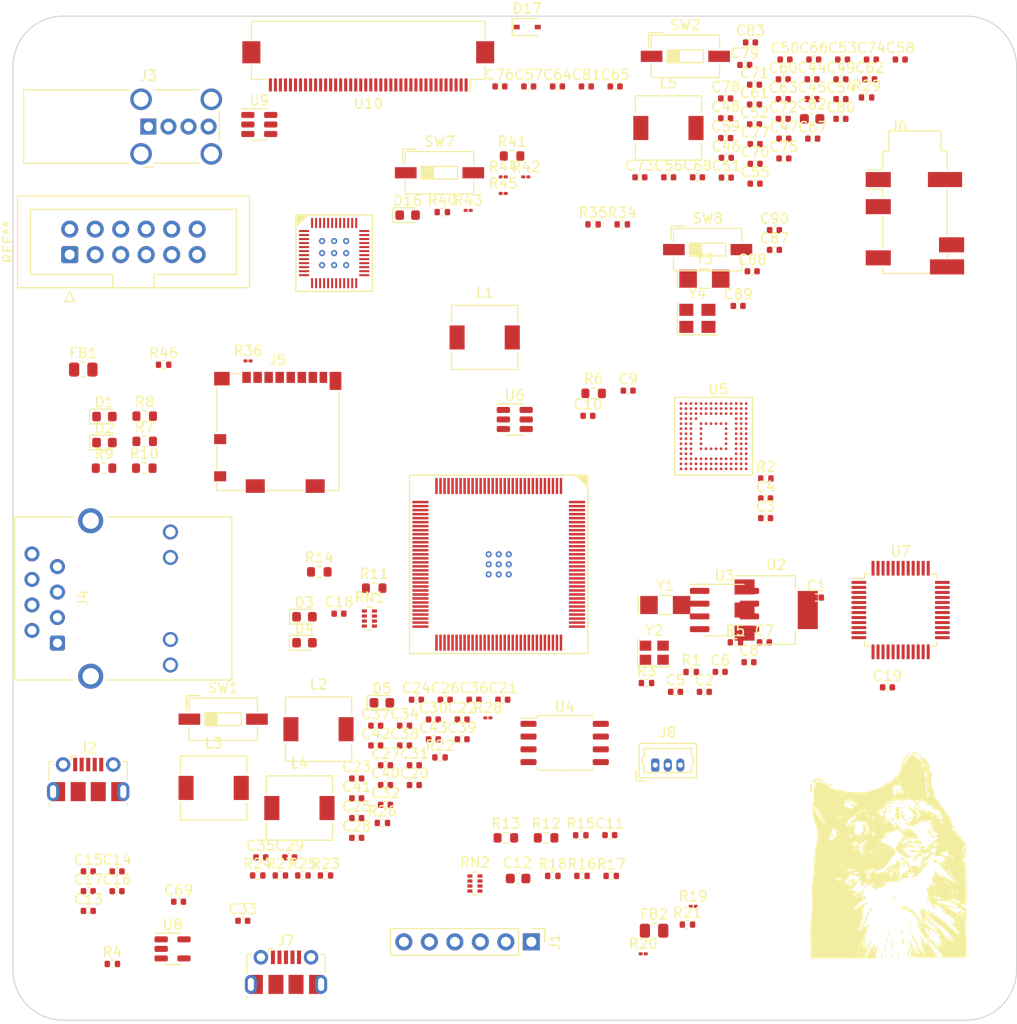
<source format=kicad_pcb>
(kicad_pcb (version 20211014) (generator pcbnew)
  (layers (0 "F.Cu" signal) (31 "B.Cu" signal) (34 "B.Paste" user) (35 "F.Paste" user) (36 "B.SilkS" user "B.Silkscreen") (37 "F.SilkS" user "F.Silkscreen") (38 "B.Mask" user) (39 "F.Mask" user) (44 "Edge.Cuts" user))
  (net 0 "")
  (net 1 "Net-(C1-Pad1)")
  (net 2 "Net-(C1-Pad2)")
  (net 3 "VBUS")
  (net 4 "GND")
  (net 5 "Net-(C3-Pad1)")
  (net 6 "+1V8")
  (net 7 "Net-(C2-Pad1)")
  (net 9 "Net-(C69-Pad2)")
  (net 10 "N_Oe")
  (net 11 "+VDC")
  (net 12 "Pwron")
  (net 13 "Net-(C86-Pad1)")
  (net 14 "Net-(D17-Pad2)")
  (net 15 "Net-(L5-Pad1)")
  (net 16 "reset")
  (net 17 "Net-(D8-Pad1)")
  (net 18 "Net-(D7-Pad1)")
  (net 19 "Net-(D11-Pad1)")
  (net 21 "Net-(U1-Pad6)")
  (net 22 "Net-(U1-Pad7)")
  (net 23 "Net-(U1-Pad11)")
  (net 24 "Net-(U1-Pad13)")
  (net 25 "Net-(U1-Pad14)")
  (net 26 "Net-(U1-Pad15)")
  (net 27 "Net-(U1-Pad16)")
  (net 28 "Net-(U1-Pad17)")
  (net 29 "Net-(U1-Pad18)")
  (net 30 "Net-(U1-Pad22)")
  (net 31 "Net-(U1-Pad23)")
  (net 32 "Net-(U1-Pad24)")
  (net 33 "Net-(U1-Pad27)")
  (net 37 "Net-(U1-Pad28)")
  (net 39 "Net-(U1-Pad30)")
  (net 40 "Net-(C4-Pad1)")
  (net 41 "Net-(U1-Pad31)")
  (net 42 "Net-(U1-Pad32)")
  (net 43 "Net-(C7-Pad1)")
  (net 44 "Net-(C8-Pad1)")
  (net 45 "Net-(C9-Pad1)")
  (net 46 "Net-(C10-Pad1)")
  (net 47 "Net-(U1-Pad33)")
  (net 48 "Net-(U1-Pad34)")
  (net 49 "Net-(U1-Pad35)")
  (net 50 "Net-(U1-Pad36)")
  (net 51 "Net-(U1-Pad37)")
  (net 52 "PWM0")
  (net 53 "Net-(C6-Pad1)")
  (net 54 "LADC")
  (net 55 "Net-(R38-Pad1)")
  (net 56 "Net-(R39-Pad2)")
  (net 62 "+3.3V")
  (net 71 "Net-(FB2-Pad1)")
  (net 72 "Net-(J1-Pad1)")
  (net 73 "Net-(J1-Pad4)")
  (net 74 "Net-(J2-Pad2)")
  (net 75 "Net-(J2-Pad3)")
  (net 76 "Net-(J4-Pad1)")
  (net 78 "Net-(J4-Pad2)")
  (net 79 "Net-(J4-Pad3)")
  (net 80 "Net-(J4-Pad6)")
  (net 82 "Net-(J4-Pad10)")
  (net 83 "Net-(J4-Pad12)")
  (net 84 "Net-(D13-Pad1)")
  (net 85 "Net-(D10-Pad1)")
  (net 86 "Net-(D14-Pad1)")
  (net 92 "Net-(C6-Pad2)")
  (net 93 "Net-(R34-Pad2)")
  (net 96 "Net-(R35-Pad2)")
  (net 101 "Net-(J7-Pad4)")
  (net 102 "Net-(D4-Pad1)")
  (net 103 "Net-(D3-Pad1)")
  (net 104 "Net-(R1-Pad2)")
  (net 105 "Net-(R6-Pad1)")
  (net 106 "SPD__LED")
  (net 107 "LNK_LED")
  (net 108 "Net-(D1-Pad2)")
  (net 109 "Net-(D2-Pad2)")
  (net 110 "Net-(R16-Pad2)")
  (net 111 "Net-(R17-Pad2)")
  (net 112 "Net-(R18-Pad2)")
  (net 113 "Net-(D3-Pad2)")
  (net 114 "Net-(D4-Pad2)")
  (net 115 "Net-(RN2-Pad2)")
  (net 116 "Net-(RN2-Pad3)")
  (net 117 "Net-(RN2-Pad4)")
  (net 118 "Net-(RN2-Pad5)")
  (net 119 "Net-(U1-Pad5)")
  (net 120 "Net-(U1-Pad52)")
  (net 121 "Net-(U1-Pad53)")
  (net 122 "Net-(U1-Pad55)")
  (net 123 "Net-(R22-Pad2)")
  (net 129 "Net-(C13-Pad1)")
  (net 142 "USART1_TX")
  (net 143 "USART1_RX")
  (net 144 "NMI")
  (net 145 "+BATT")
  (net 146 "+1V2")
  (net 147 "VDD")
  (net 148 "+3V0")
  (net 149 "VCC")
  (net 150 "Net-(D5-Pad1)")
  (net 151 "Net-(D5-Pad2)")
  (net 152 "Net-(L3-Pad2)")
  (net 153 "Net-(R26-Pad2)")
  (net 155 "scl")
  (net 156 "sda")
  (net 157 "Net-(C50-Pad2)")
  (net 158 "Net-(C53-Pad2)")
  (net 159 "Net-(C54-Pad2)")
  (net 160 "Net-(C59-Pad2)")
  (net 161 "Net-(C60-Pad1)")
  (net 162 "Net-(C68-Pad2)")
  (net 163 "Net-(C70-Pad2)")
  (net 164 "Net-(C72-Pad1)")
  (net 165 "Net-(C78-Pad2)")
  (net 166 "Net-(C80-Pad1)")
  (net 167 "OSC_IN")
  (net 168 "Net-(C88-Pad1)")
  (net 169 "OSC32_IN")
  (net 170 "OSC32_OUT")
  (net 171 "Net-(D16-Pad1)")
  (net 172 "Net-(D16-Pad2)")
  (net 173 "Net-(FB1-Pad1)")
  (net 175 "Net-(J2-Pad4)")
  (net 176 "Net-(J3-Pad2)")
  (net 177 "Net-(J3-Pad3)")
  (net 178 "Net-(D9-Pad1)")
  (net 179 "Net-(D6-Pad1)")
  (net 185 "Net-(L2-Pad1)")
  (net 186 "Net-(L4-Pad2)")
  (net 187 "Net-(R24-Pad2)")
  (net 188 "Net-(R25-Pad2)")
  (net 189 "Net-(R42-Pad1)")
  (net 190 "Net-(R43-Pad2)")
  (net 191 "Net-(U4-Pad3)")
  (net 193 "Net-(R48-Pad2)")
  (net 198 "OSC_OUT")
  (net 199 "Net-(R28-Pad1)")
  (net 220 "SWDIO")
  (net 223 "SWCLK")
  (net 230 "Net-(U7-Pad44)")
  (net 233 "Net-(R32-Pad2)")
  (footprint "Resistor_SMD:R_0402_1005Metric" (layer "F.Cu") (at 153.13 96.42)
    (fp_text reference "R3")
    (fp_text value "47k")
  )
  (footprint "Package_SO:SOIC-8_3.9x4.9mm_P1.27mm" (layer "F.Cu") (at 160.9 89.15)
    (fp_text reference "U3")
    (fp_text value "CH340N")
  )
  (footprint "Resistor_SMD:R_0402_1005Metric" (layer "F.Cu") (at 116.64 115.59)
    (fp_text reference "R27")
    (fp_text value "22R")
  )
  (footprint "Connector_Molex:Molex_PicoBlade_53047-0310_1x03_P1.25mm_Vertical" (layer "F.Cu") (at 154 104.59)
    (fp_text reference "J8")
    (fp_text value "Bat")
  )
  (footprint "Resistor_SMD:R_0402_1005Metric" (layer "F.Cu") (at 175.06 38.1)
    (fp_text reference "R29")
    (fp_text value "47k")
  )
  (footprint "Resistor_SMD:R_01005_0402Metric" (layer "F.Cu") (at 152.8 123.39)
    (fp_text reference "R20")
    (fp_text value "470")
  )
  (footprint "Capacitor_SMD:C_0402_1005Metric" (layer "F.Cu") (at 144.26 37)
    (fp_text reference "C64")
    (fp_text value "1nF")
  )
  (footprint "Button_Switch_SMD:SW_DIP_SPSTx01_Slide_6.7x4.1mm_W6.73mm_P2.54mm_LowProfile_JPin" (layer "F.Cu") (at 159.22 53.25)
    (fp_text reference "SW8")
    (fp_text value "SW_SPDT")
  )
  (footprint "Capacitor_SMD:C_0402_1005Metric" (layer "F.Cu") (at 126.15 102.64)
    (fp_text reference "C42")
    (fp_text value "100n")
  )
  (footprint "Resistor_SMD:R_0402_1005Metric" (layer "F.Cu") (at 126.81 110.36)
    (fp_text reference "R26")
    (fp_text value "0R")
  )
  (footprint "Capacitor_SMD:C_0402_1005Metric" (layer "F.Cu") (at 161.02 40.17)
    (fp_text reference "C48")
    (fp_text value "100n")
  )
  (footprint "Capacitor_SMD:C_0402_1005Metric" (layer "F.Cu") (at 158.21 46.05)
    (fp_text reference "C68")
    (fp_text value "1uF")
  )
  (footprint "EMMC:EMMC_JLCP" (layer "F.Cu") (at 159.56 71.5875)
    (fp_text reference "U5")
    (fp_text value "FEMDRM008G-58A39_NO_NC")
  )
  (footprint "Capacitor_SMD:C_0402_1005Metric" (layer "F.Cu") (at 133.07 98.08)
    (fp_text reference "C26")
    (fp_text value "1u")
  )
  (footprint "Resistor_SMD:R_0402_1005Metric" (layer "F.Cu") (at 114.39 115.59)
    (fp_text reference "R24")
    (fp_text value "33R")
  )
  (footprint "Resistor_SMD:R_0402_1005Metric" (layer "F.Cu") (at 150.71 50.74)
    (fp_text reference "R34")
    (fp_text value "33R")
  )
  (footprint "Connector_Audio:Jack_3.5mm_PJ31060-I_Horizontal" (layer "F.Cu") (at 179.875 50.625)
    (fp_text reference "J6")
    (fp_text value "AudioJack4_SwitchTR1")
  )
  (footprint "LED_SMD:LED_0603_1608Metric" (layer "F.Cu") (at 129.32 49.82)
    (fp_text reference "D16")
    (fp_text value "LED")
  )
  (footprint "Capacitor_SMD:C_0402_1005Metric" (layer "F.Cu") (at 166.76 38.26)
    (fp_text reference "C63")
    (fp_text value "10uF")
  )
  (footprint "Connector_USB:USB_A_Wuerth_614004134726_Horizontal" (layer "F.Cu") (at 103.49 41)
    (fp_text reference "J3")
    (fp_text value "USB_HOST")
  )
  (footprint "Resistor_SMD:R_0402_1005Metric" (layer "F.Cu") (at 132.78 49.52)
    (fp_text reference "R40")
    (fp_text value "0R")
  )
  (footprint "Capacitor_SMD:C_0402_1005Metric" (layer "F.Cu") (at 169.63 36.29)
    (fp_text reference "C44")
    (fp_text value "100n")
  )
  (footprint "Resistor_SMD:R_0603_1608Metric" (layer "F.Cu") (at 120.5225 85.35)
    (fp_text reference "R14")
    (fp_text value "1k")
  )
  (footprint "Capacitor_SMD:C_0402_1005Metric" (layer "F.Cu") (at 163.89 40.77)
    (fp_text reference "C52")
    (fp_text value "10uF")
  )
  (footprint "Capacitor_SMD:C_0402_1005Metric" (layer "F.Cu") (at 106.5 118.2)
    (fp_text reference "C69")
    (fp_text value "100uF")
  )
  (footprint "Resistor_SMD:R_01005_0402Metric" (layer "F.Cu") (at 137.32 99.89)
    (fp_text reference "R28")
    (fp_text value "10k")
  )
  (footprint "Resistor_SMD:R_0603_1608Metric" (layer "F.Cu") (at 99.07 75.02)
    (fp_text reference "R9")
    (fp_text value "49.9")
  )
  (footprint "Resistor_SMD:R_0402_1005Metric" (layer "F.Cu") (at 132.55 103.83)
    (fp_text reference "R22")
    (fp_text value "33R")
  )
  (footprint "Resistor_SMD:R_0603_1608Metric" (layer "F.Cu") (at 139.11 111.84)
    (fp_text reference "R13")
    (fp_text value "1k")
  )
  (footprint "Capacitor_SMD:C_0402_1005Metric" (layer "F.Cu") (at 155.34 46.05)
    (fp_text reference "C56")
    (fp_text value "10uF")
  )
  (footprint "Capacitor_SMD:C_0402_1005Metric" (layer "F.Cu") (at 129.02 100.67)
    (fp_text reference "C34")
    (fp_text value "100n")
  )
  (footprint "Capacitor_SMD:C_0402_1005Metric" (layer "F.Cu") (at 129.02 102.64)
    (fp_text reference "C38")
    (fp_text value "100n")
  )
  (footprint "Capacitor_SMD:C_0402_1005Metric" (layer "F.Cu") (at 129.99 104.61)
    (fp_text reference "C31")
    (fp_text value "100n")
  )
  (footprint "Capacitor_SMD:C_0402_1005Metric" (layer "F.Cu") (at 147.13 37)
    (fp_text reference "C81")
    (fp_text value "10uF")
  )
  (footprint "Capacitor_SMD:C_0402_1005Metric" (layer "F.Cu") (at 163.89 36.83)
    (fp_text reference "C71")
    (fp_text value "100pF")
  )
  (footprint "Capacitor_SMD:C_0402_1005Metric" (layer "F.Cu") (at 127.12 108.55)
    (fp_text reference "C32")
    (fp_text value "100n")
  )
  (footprint "Connector_FFC-FPC:Hirose_FH12-40S-0.5SH_1x40-1MP_P0.50mm_Horizontal" (layer "F.Cu") (at 125.4 35 180)
    (fp_text reference "U10")
    (fp_text value "FPC_40")
  )
  (footprint "Resistor_SMD:R_01005_0402Metric" (layer "F.Cu") (at 113.42 64.34)
    (fp_text reference "R36")
    (fp_text value "1k")
  )
  (footprint "Capacitor_SMD:C_0402_1005Metric" (layer "F.Cu") (at 163.89 38.8)
    (fp_text reference "C61")
    (fp_text value "10uF")
  )
  (footprint "Button_Switch_SMD:SW_DIP_SPSTx01_Slide_6.7x4.1mm_W6.73mm_P2.54mm_LowProfile_JPin" (layer "F.Cu") (at 110.94 100.02)
    (fp_text reference "SW1")
    (fp_text value "SW_SPDT")
  )
  (footprint "Inductor_SMD:L_6.3x6.3_H3" (layer "F.Cu") (at 155.31 41.14)
    (fp_text reference "L5")
    (fp_text value "4.7uH 1.1A 0.1R")
  )
  (footprint "Capacitor_SMD:C_0402_1005Metric" (layer "F.Cu") (at 135.94 98.08)
    (fp_text reference "C36")
    (fp_text value "100n")
  )
  (footprint "Capacitor_SMD:C_0402_1005Metric" (layer "F.Cu") (at 152.47 46.05)
    (fp_text reference "C73")
    (fp_text value "0.22uF")
  )
  (footprint "Connector_PinHeader_2.54mm:PinHeader_1x06_P2.54mm_Vertical" (layer "F.Cu") (at 141.65 122.2 -90)
    (fp_text reference "J1")
    (fp_text value "UART_Header")
  )
  (footprint "Connector_USB:USB_Micro-B_Molex-105017-0001" (layer "F.Cu") (at 117.2 125.2)
    (fp_text reference "J7")
    (fp_text value "USB_POWER")
  )
  (footprint "Crystal:Crystal_SMD_MicroCrystal_CC7V-T1A-2Pin_3.2x1.5mm_HandSoldering" (layer "F.Cu") (at 158.9 56.15)
    (fp_text reference "Y3")
    (fp_text value "32.768khz")
  )
  (footprint "Capacitor_SMD:C_0402_1005Metric" (layer "F.Cu") (at 169.63 38.26)
    (fp_text reference "C45")
    (fp_text value "10u")
  )
  (footprint "Inductor_SMD:L_6.3x6.3_H3" (layer "F.Cu") (at 109.99 106.87)
    (fp_text reference "L3")
    (fp_text value "4.7uH 1.1A 0.1R")
  )
  (footprint "Connector_RJ:RJ45_Hanrun_HR911105A" (layer "F.Cu") (at 94.4275 92.44 90)
    (fp_text reference "J4")
    (fp_text value "RJ45_LED_Shielded")
  )
  (footprint "Capacitor_SMD:C_0402_1005Metric" (layer "F.Cu") (at 178.41 34.32)
    (fp_text reference "C58")
    (fp_text value "4.7uF")
  )
  (footprint "LED_SMD:LED_0603_1608Metric" (layer "F.Cu") (at 119.0425 92.41)
    (fp_text reference "D4")
    (fp_text value "LED")
  )
  (footprint "Capacitor_SMD:C_0402_1005Metric" (layer "F.Cu") (at 163.95 46.68)
    (fp_text reference "C55")
    (fp_text value "100n")
  )
  (footprint "Connector_USB:USB_Micro-B_Molex-105017-0001" (layer "F.Cu") (at 97.49 106)
    (fp_text reference "J2")
    (fp_text value "SERIAL")
  )
  (footprint "Capacitor_SMD:C_0402_1005Metric" (layer "F.Cu") (at 172.5 38.26)
    (fp_text reference "C54")
    (fp_text value "4.7uF")
  )
  (footprint "Capacitor_SMD:C_0402_1005Metric" (layer "F.Cu") (at 124.25 111.84)
    (fp_text reference "C28")
    (fp_text value "1u")
  )
  (footprint "Capacitor_SMD:C_0402_1005Metric" (layer "F.Cu") (at 162.92 34.86)
    (fp_text reference "C79")
    (fp_text value "10uF")
  )
  (footprint "Package_TO_SOT_SMD:SOT-223-3_TabPin2" (layer "F.Cu") (at 166.05 89.15)
    (fp_text reference "U2")
    (fp_text value "AMS1117-3.3")
  )
  (footprint "Allwinner:AXP209-QFN48" (layer "F.Cu") (at 122 53.6)
    (fp_text reference "U11" hide)
    (fp_text value "AXP209" hide)
  )
  (footprint "Capacitor_SMD:C_0402_1005Metric" (layer "F.Cu") (at 127.12 106.58)
    (fp_text reference "C40")
    (fp_text value "10u")
  )
  (footprint "Capacitor_SMD:C_0402_1005Metric" (layer "F.Cu") (at 163.34 94.35)
    (fp_text reference "C8")
    (fp_text value "18pf")
  )
  (footprint "Capacitor_SMD:C_0402_1005Metric" (layer "F.Cu") (at 165.88 53.28)
    (fp_text reference "C87")
    (fp_text value "12pf")
  )
  (footprint "Capacitor_SMD:C_0402_1005Metric" (layer "F.Cu") (at 134.76 102.02)
    (fp_text reference "C39")
    (fp_text value "1u")
  )
  (footprint "Resistor_SMD:R_0603_1608Metric" (layer "F.Cu") (at 139.73 43.93)
    (fp_text reference "R41")
    (fp_text value "0.03R")
  )
  (footprint "Capacitor_SMD:C_0402_1005Metric" (layer "F.Cu") (at 163.95 42.74)
    (fp_text reference "C77")
    (fp_text value "100pF")
  )
  (footprint "Resistor_SMD:R_0402_1005Metric" (layer "F.Cu") (at 165.02 76.05)
    (fp_text reference "R2")
    (fp_text value "22R")
  )
  (footprint "Resistor_SMD:R_01005_0402Metric" (layer "F.Cu") (at 141.1 46.01)
    (fp_text reference "R42")
    (fp_text value "1k")
  )
  (footprint "Inductor_SMD:L_6.3x6.3_H3" (layer "F.Cu") (at 120.44 101.02)
    (fp_text reference "L2")
    (fp_text value "4.7uH 1.1A 0.1R")
  )
  (footprint "Capacitor_SMD:C_0402_1005Metric" (layer "F.Cu") (at 124.25 107.9)
    (fp_text reference "C41")
    (fp_text value "100n")
  )
  (footprint "Capacitor_SMD:C_0402_1005Metric" (layer "F.Cu") (at 124.25 105.93)
    (fp_text reference "C23")
    (fp_text value "1u")
  )
  (footprint "Resistor_SMD:R_0402_1005Metric" (layer "F.Cu") (at 149.61 115.63)
    (fp_text reference "R17")
    (fp_text value "10k")
  )
  (footprint "Capacitor_SMD:C_0402_1005Metric" (layer "F.Cu") (at 166.76 36.29)
    (fp_text reference "C60")
    (fp_text value "4.7uF")
  )
  (footprint "Resistor_SMD:R_0402_1005Metric" (layer "F.Cu") (at 157.21 120.48)
    (fp_text reference "R21")
    (fp_text value "47k")
  )
  (footprint "Capacitor_SMD:C_0402_1005Metric" (layer "F.Cu") (at 166.82 42.2)
    (fp_text reference "C47")
    (fp_text value "100n")
  )
  (footprint "Capacitor_SMD:C_0402_1005Metric" (layer "F.Cu") (at 131.89 100.05)
    (fp_text reference "C30")
    (fp_text value "1u")
  )
  (footprint "Capacitor_SMD:C_0402_1005Metric" (layer "F.Cu") (at 169.69 42.2)
    (fp_text reference "C67")
    (fp_text value "10u")
  )
  (footprint "Capacitor_SMD:C_0402_1005Metric" (layer "F.Cu") (at 166.93 34.32)
    (fp_text reference "C50")
    (fp_text value "100n")
  )
  (footprint "Package_TO_SOT_SMD:SOT-23-6" (layer "F.Cu") (at 140 70.17)
    (fp_text reference "U6")
    (fp_text value "SRV05-4")
  )
  (footprint "Resistor_SMD:R_0402_1005Metric" (layer "F.Cu") (at 121.14 115.59)
    (fp_text reference "R23")
    (fp_text value "10k")
  )
  (footprint "Package_SO:SOIC-8_5.23x5.23mm_P1.27mm" (layer "F.Cu") (at 144.97 102.39)
    (fp_text reference "U4")
    (fp_text value "W25Q128JVS")
  )
  (footprint "Crystal:Crystal_SMD_3225-4Pin_3.2x2.5mm" (layer "F.Cu") (at 158.2 60.1)
    (fp_text reference "Y4")
    (fp_text value "16MHz")
  )
  (footprint "Resistor_SMD:R_0603_1608Metric" (layer "F.Cu") (at 125.9925 86.97)
    (fp_text reference "R11")
    (fp_text value "1K")
  )
  (footprint "Capacitor_SMD:C_0402_1005Metric" (layer "F.Cu") (at 127.12 104.61)
    (fp_text reference "C27")
    (fp_text value "100n")
  )
  (footprint "Resistor_SMD:R_0402_1005Metric" (layer "F.Cu") (at 146.7 115.63)
    (fp_text reference "R16")
    (fp_text value "10k")
  )
  (footprint "Resistor_SMD:R_0402_1005Metric" (layer "F.Cu") (at 157.58 95.32)
    (fp_text reference "R1")
    (fp_text value "0R")
  )
  (footprint "Button_Switch_SMD:SW_DIP_SPSTx01_Slide_6.7x4.1mm_W6.73mm_P2.54mm_LowProfile_JPin" (layer "F.Cu") (at 157 34)
    (fp_text reference "SW2")
    (fp_text value "SW_SPDT")
  )
  (footprint "Resistor_SMD:R_0603_1608Metric" (layer "F.Cu") (at 103.12 69.84)
    (fp_text reference "R8")
    (fp_text value "49.9")
  )
  (footprint "Capacitor_SMD:C_0402_1005Metric" (layer "F.Cu") (at 162.26 58.86)
    (fp_text reference "C89")
    (fp_text value "18pf")
  )
  (footprint "Capacitor_SMD:C_0402_1005Metric" (layer "F.Cu") (at 165.88 51.31)
    (fp_text reference "C90")
    (fp_text value "18pf")
  )
  (footprint "Capacitor_SMD:C_0402_1005Metric" (layer "F.Cu") (at 149.47 111.57)
    (fp_text reference "C11")
    (fp_text value "10u")
  )
  (footprint "Capacitor_SMD:C_0402_1005Metric" (layer "F.Cu") (at 124.25 109.87)
    (fp_text reference "C25")
    (fp_text value "1u")
  )
  (footprint "Package_QFP:LQFP-48_7x7mm_P0.5mm" (layer "F.Cu") (at 178.45 89.15)
    (fp_text reference "U7")
    (fp_text value "STM32F030C8Tx")
  )
  (footprint "Resistor_SMD:R_01005_0402Metric" (layer "F.Cu") (at 157.78 118.66)
    (fp_text reference "R19")
    (fp_text value "470")
  )
  (footprint "Capacitor_SMD:C_0402_1005Metric" (layer "F.Cu") (at 114.7 113.78)
    (fp_text reference "C35")
    (fp_text value "100n")
  )
  (footprint "LED_SMD:LED_0603_1608Metric" (layer "F.Cu") (at 99.11 69.88)
    (fp_text reference "D1")
    (fp_text value "LED")
  )
  (footprint "Resistor_SMD:R_0402_1005Metric" (layer "F.Cu") (at 99.9 124.4)
    (fp_text reference "R4")
    (fp_text value "0.5")
  )
  (footprint "Capacitor_SMD:C_0402_1005Metric" (layer "F.Cu") (at 151.3 67.3)
    (fp_text reference "C9")
    (fp_text value "100n")
  )
  (footprint "Connector_Card:microSD_HC_Molex_104031-0811" (layer "F.Cu") (at 116.38 71.43)
    (fp_text reference "J5")
    (fp_text value "Micro_SD_Card")
  )
  (footprint "Inductor_SMD:L_6.3x6.3_H3" (layer "F.Cu") (at 137 62)
    (fp_text reference "L1")
    (fp_text value "10uH")
  )
  (footprint "Capacitor_SMD:C_0402_1005Metric" (layer "F.Cu") (at 163.95 44.71)
    (fp_text reference "C70")
    (fp_text value "4.7u")
  )
  (footprint "Capacitor_SMD:C_0402_1005Metric" (layer "F.Cu") (at 166.76 40.23)
    (fp_text reference "C72")
    (fp_text value "1uF")
  )
  (footprint "Capacitor_SMD:C_0402_1005Metric" (layer "F.Cu") (at 141.39 37)
    (fp_text reference "C57")
    (fp_text value "1uF")
  )
  (footprint "Capacitor_SMD:C_0402_1005Metric" (layer "F.Cu") (at 97.5 117.15)
    (fp_text reference "C17")
    (fp_text value "3.3uF")
  )
  (footprint "Capacitor_SMD:C_0402_1005Metric" (layer "F.Cu") (at 172.5 40.23)
    (fp_text reference "C80")
    (fp_text value "4.7uF")
  )
  (footprint "Capacitor_SMD:C_0402_1005Metric" (layer "F.Cu") (at 172.5 36.29)
    (fp_text reference "C49")
    (fp_text value "100n")
  )
  (footprint "Resistor_SMD:R_0805_2012Metric" (layer "F.Cu") (at 153.88 121.09)
    (fp_text reference "FB2")
    (fp_text value "FerriteBead")
  )
  (footprint "Resistor_SMD:R_0402_1005Metric" (layer "F.Cu") (at 143.79 115.63)
    (fp_text reference "R18")
    (fp_text value "10k")
  )
  (footprint "Resistor_SMD:R_0805_2012Metric" (layer "F.Cu") (at 97 65.2)
    (fp_text reference "FB1")
    (fp_text value "FerriteBead")
  )
  (footprint "Capacitor_SMD:C_0402_1005Metric" (layer "F.Cu") (at 163.49 32.62)
    (fp_text reference "C83")
    (fp_text value "0.22uF")
  )
  (footprint "Capacitor_SMD:C_0402_1005Metric" (layer "F.Cu") (at 172.67 34.32)
    (fp_text reference "C53")
    (fp_text value "100n")
  )
  (footprint "Package_TO_SOT_SMD:SOT-23-6" (layer "F.Cu") (at 114.54 40.79)
    (fp_text reference "U9")
    (fp_text value "SY7200AABC")
  )
  (footprint "Resistor_SMD:R_Array_Concave_4x0402" (layer "F.Cu") (at 136.03 116.39)
    (fp_text reference "RN2")
    (fp_text value "10k")
  )
  (footprint "Capacitor_SMD:C_0402_1005Metric" (layer "F.Cu") (at 170.06 87.91)
    (fp_text reference "C1")
    (fp_text value "100n")
  )
  (footprint "LED_SMD:LED_0603_1608Metric" (layer "F.Cu") (at 119.0425 89.82)
    (fp_text reference "D3")
    (fp_text value "LED")
  )
  (footprint "Capacitor_SMD:C_0402_1005Metric" (layer "F.Cu") (at 161.02 38.2)
    (fp_text reference "C78")
    (fp_text value "1uF")
  )
  (footprint "LOGO" (layer "F.Cu") (at 175 116.1)
    (fp_text reference "G***")
    (fp_text value "LOGO" hide)
  )
  (footprint "Resistor_SMD:R_01005_0402Metric" (layer "F.Cu") (at 138.85 46.01)
    (fp_text reference "R44")
    (fp_text value "47k")
  )
  (footprint "Package_TO_SOT_SMD:SOT-23-5" (layer "F.Cu") (at 105.9 122.9)
    (fp_text reference "U8")
    (fp_text value "SY8088AAC")
  )
  (footprint "Capacitor_SMD:C_0402_1005Metric" (layer "F.Cu") (at 158.89 97.3)
    (fp_text reference "C2")
    (fp_text value "0.1uF")
  )
  (footprint "Capacitor_SMD:C_0402_1005Metric" (layer "F.Cu") (at 160.47 95.31)
    (fp_text reference "C6")
    (fp_text value "100n")
  )
  (footprint "Resistor_SMD:R_0402_1005Metric" (layer "F.Cu") (at 161.99 92.37)
    (fp_text reference "R5")
    (fp_text value "10M")
  )
  (footprint "Capacitor_SMD:C_0402_1005Metric" (layer "F.Cu") (at 156.02 97.3)
    (fp_text reference "C5")
    (fp_text value "100n")
  )
  (footprint "Resistor_SMD:R_0402_1005Metric" (layer "F.Cu") (at 146.58 111.58)
    (fp_text reference "R15")
    (fp_text value "10k")
  )
  (footprint "Resistor_SMD:R_01005_0402Metric" (layer "F.Cu") (at 135.36 49.35)
    (fp_text reference "R43")
    (fp_text value "200k 1%")
  )
  (footprint "Capacitor_SMD:C_0402_1005Metric" (layer "F.Cu") (at 129.99 106.58)
    (fp_text reference "C20")
    (fp_text value "1u")
  )
  (footprint "Capacitor_SMD:C_0402_1005Metric" (layer "F.Cu") (at 126.15 100.67)
    (fp_text reference "C37")
    (fp_text value "100n")
  )
  (footprint "Capacitor_SMD:C_0402_1005Metric" (layer "F.Cu") (at 175.37 36.29)
    (fp_text reference "C62")
    (fp_text value "1nF")
  )
  (footprint "Capacitor_SMD:C_0402_1005Metric" (layer "F.Cu") (at 161.08 46.08)
    (fp_text reference "C51")
    (fp_text value "100n")
  )
  (footprint "Crystal:Crystal_SMD_MicroCrystal_CC7V-T1A-2Pin_3.2x1.5mm_HandSoldering" (layer "F.Cu") (at 155 88.65)
    (fp_text reference "Y1")
    (fp_text value "32.768khz")
  )
  (footprint "Capacitor_SMD:C_0402_1005Metric" (layer "F.Cu") (at 134.76 100.05)
    (fp_text reference "C22")
    (fp_text value "100n")
  )
  (footprint "Capacitor_SMD:C_0402_1005Metric" (layer "F.Cu") (at 147.29 69.81)
    (fp_text reference "C10")
    (fp_text value "100n")
  )
  (footprint "Capacitor_SMD:C_0402_1005Metric" (layer "F.Cu") (at 117.57 113.78)
    (fp_text reference "C29")
    (fp_text value "100n")
  )
  (footprint "Capacitor_SMD:C_0402_1005Metric" (layer "F.Cu") (at 97.5 115.18)
    (fp_text reference "C15")
    (fp_text value "0.1uF")
  )
  (footprint "Capacitor_SMD:C_0402_1005Metric" (layer "F.Cu") (at 177.14 96.85)
    (fp_text reference "C19")
    (fp_text value "10u")
  )
  (footprint "Resistor_SMD:R_0603_1608Metric" (layer "F.Cu") (at 103.08 75.02)
    (fp_text reference "R10")
    (fp_text value "49.9")
  )
  (footprint "Capacitor_SMD:C_0402_1005Metric" (layer "F.Cu") (at 165 80)
    (fp_text reference "C3")
    (fp_text value "18pf")
  )
  (footprint "Capacitor_SMD:C_0603_1608Metric" (layer "F.Cu") (at 140.33 115.89)
    (fp_text reference "C12")
    (fp_text value "100n")
  )
  (footprint "Capacitor_SMD:C_0402_1005Metric" (layer "F.Cu") (at 138.52 37)
    (fp_text reference "C76")
    (fp_text value "10uF")
  )
  (footprint "Capacitor_SMD:C_0402_1005Metric" (layer "F.Cu") (at 169.8 34.32)
    (fp_text reference "C66")
    (fp_text value "10uF")
  )
  (footprint "Capacitor_SMD:C_0402_1005Metric" (layer "F.Cu") (at 163.66 55.41)
    (fp_text reference "C88")
    (fp_text value "12pf")
  )
  (footprint "Capacitor_SMD:C_0603_1608Metric" (layer "F.Cu") (at 169.63 40.23)
    (fp_text reference "C82")
    (fp_text value "10uF")
  )
  (footprint "Inductor_SMD:L_6.3x6.3_H3" (layer "F.Cu") (at 118.54 108.87)
    (fp_text reference "L4")
    (fp_text value "4.7uH 1.1A 0.1R")
  )
  (footprint "Capacitor_SMD:C_0402_1005Metric" (layer "F.Cu") (at 100.37 117.15)
    (fp_text reference "C16")
    (fp_text value "3.3uF")
  )
  (footprint "Capacitor_SMD:C_0402_1005Metric" (layer "F.Cu") (at 131.89 102.02)
    (fp_text reference "C43")
    (fp_text value "100n")
  )
  (footprint "Button_Switch_SMD:SW_DIP_SPSTx01_Slide_6.7x4.1mm_W6.73mm_P2.54mm_LowProfile_JPin" (layer "F.Cu") (at 132.5 45.6)
    (fp_text reference "SW7")
    (fp_text value "SW_SPDT")
  )
  (footprint "Capacitor_SMD:C_0402_1005Metric" (layer "F.Cu") (at 166.82 44.17)
    (fp_text reference "C75")
    (fp_text value "10uF")
  )
  (footprint "Capacitor_SMD:C_0402_1005Metric" (layer "F.Cu") (at 138.81 98.08)
    (fp_text reference "C21")
    (fp_text value "10u")
  )
  (footprint "Resistor_SMD:R_0402_1005Metric" (layer "F.Cu") (at 147.8 50.74)
    (fp_text reference "R35")
    (fp_text value "33R")
  )
  (footprint "Crystal:Crystal_SMD_2520-4Pin_2.5x2.0mm" (layer "F.Cu") (at 153.9 93.4)
    (fp_text reference "Y2")
    (fp_text value "24MHz")
  )
  (footprint "Capacitor_SMD:C_0402_1005Metric" (layer "F.Cu") (at 161.08 44.11)
    (fp_text reference "C46")
    (fp_text value "100n")
  )
  (footprint "Resistor_SMD:R_01005_0402Metric" (layer "F.Cu") (at 138.85 47.66)
    (fp_text reference "R45")
    (fp_text value "10k")
  )
  (footprint "Capacitor_SMD:C_0402_1005Metric" (layer "F.Cu") (at 97.5 119.12)
    (fp_text reference "C13")
    (fp_text value "C")
  )
  (footprint "Capacitor_SMD:C_0402_1005Metric" (layer "F.Cu") (at 112.9 120.1)
    (fp_text reference "C33")
    (fp_text value "10n")
  )
  (footprint "Resistor_SMD:R_Array_Concave_4x0402" (layer "F.Cu") (at 125.5125 90)
    (fp_text reference "RN1")
    (fp_text value "10k")
  )
  (footprint "Connector_IDC:IDC-Header_2x06_P2.54mm_Vertical" (layer "F.Cu") (at 95.65 53.7525 90)
    (fp_text reference "REF**")
    (fp_text value "IDC-Header_2x06_P2.54mm_Vertical")
  )
  (footprint "Resistor_SMD:R_0402_1005Metric" (layer "F.Cu") (at 105.01 64.72)
    (fp_text reference "R46")
    (fp_text value "10k")
  )
  (footprint "Capacitor_SMD:C_0402_1005Metric" (layer "F.Cu") (at 130.2 98.08)
    (fp_text reference "C24")
    (fp_text value "1u")
  )
  (footprint "Capacitor_SMD:C_0402_1005Metric" (layer "F.Cu") (at 175.54 34.32)
    (fp_text reference "C74")
    (fp_text value "10uF")
  )
  (footprint "Capacitor_SMD:C_0402_1005Metric" (layer "F.Cu") (at 165 78.03)
    (fp_text reference "C4")
    (fp_text value "18pf")
  )
  (footprint "Capacitor_SMD:C_0402_1005Metric" (layer "F.Cu") (at 161.02 42.14)
    (fp_text reference "C59")
    (fp_text value "4.7uF")
  )
  (footprint "Resistor_SMD:R_0603_1608Metric" (layer "F.Cu") (at 147.86 67.57)
    (fp_text reference "R6")
    (fp_text value "6k")
  )
  (footprint "Capacitor_SMD:C_0402_1005Metric" (layer "F.Cu") (at 164.88 92.36)
    (fp_text reference "C7")
    (fp_text value "18pf")
  )
  (footprint "Diode_SMD:D_SOD-323" (layer "F.Cu") (at 141.24 31.09)
    (fp_text reference "D17")
    (fp_text value "1N5819WS")
  )
  (footprint "Capacitor_SMD:C_0402_1005Metric" (layer "F.Cu") (at 122.4825 89.51)
    (fp_text reference "C18")
    (fp_text value "10u")
  )
  (footprint "LED_SMD:LED_0603_1608Metric" (layer "F.Cu") (at 126.76 98.39)
    (fp_text reference "D5")
    (fp_text value "LED")
  )
  (footprint "LED_SMD:LED_0603_1608Metric" (layer "F.Cu") (at 99.11 72.47)
    (fp_text reference "D2")
    (fp_text value "LED")
  )
  (footprint "Resistor_SMD:R_0603_1608Metric" (layer "F.Cu") (at 103.12 72.35)
    (fp_text reference "R7")
    (fp_text value "49.9")
  )
  (footprint "Capacitor_SMD:C_0402_1005Metric" (layer "F.Cu") (at 100.37 115.18)
    (fp_text reference "C14")
    (fp_text value "0.1uF")
  )
  (footprint "Resistor_SMD:R_0402_1005Metric" (layer "F.Cu") (at 118.89 115.59)
    (fp_text reference "R25")
    (fp_text value "33R")
  )
  (footprint "Capacitor_SMD:C_0402_1005Metric" (layer "F.Cu") (at 150 37)
    (fp_text reference "C65")
    (fp_text value "10uF")
  )
  (footprint "Resistor_SMD:R_0603_1608Metric" (layer "F.Cu") (at 143.12 111.84)
    (fp_text reference "R12")
    (fp_text value "1k")
  )
  (footprint "Allwinner:V3s-ELQFP-128" (layer "F.Cu") (at 138.4 84.6 -90)
    (fp_text reference "U1" hide)
    (fp_text value "V3S-split" hide)
  )
  (gr_arc (start 185 30) (mid 188.535534 31.464466) (end 190 35) (layer "Edge.Cuts") (width 0.1))
  (gr_line (start 95 130) (end 185 130) (layer "Edge.Cuts") (width 0.1))
  (gr_arc (start 95 130) (mid 91.464466 128.535534) (end 90 125) (layer "Edge.Cuts") (width 0.1))
  (gr_arc (start 90 35) (mid 91.464466 31.464466) (end 95 30) (layer "Edge.Cuts") (width 0.1))
  (gr_line (start 90 35) (end 90 125) (layer "Edge.Cuts") (width 0.1))
  (gr_line (start 185 30) (end 95 30) (layer "Edge.Cuts") (width 0.1))
  (gr_arc (start 190 125) (mid 188.535534 128.535534) (end 185 130) (layer "Edge.Cuts") (width 0.1))
  (gr_line (start 190 125) (end 190 35) (layer "Edge.Cuts") (width 0.1))
)
</source>
